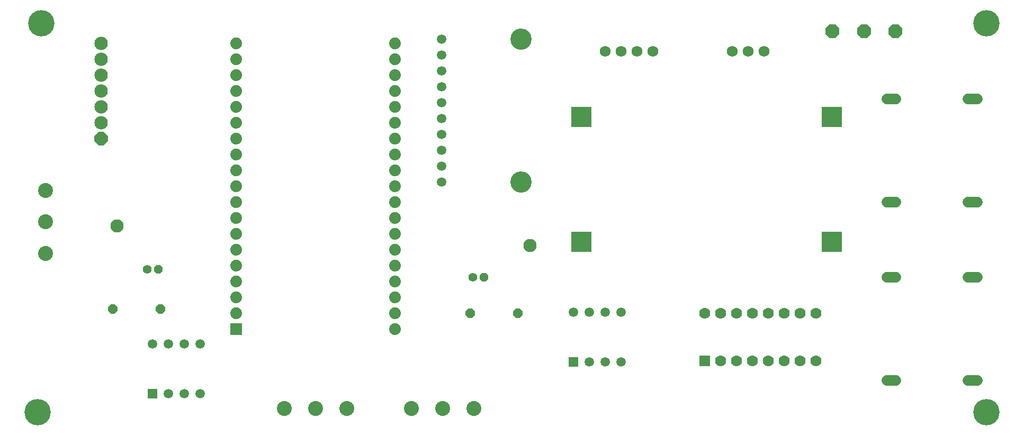
<source format=gbr>
G04 EAGLE Gerber RS-274X export*
G75*
%MOMM*%
%FSLAX34Y34*%
%LPD*%
%INSoldermask Bottom*%
%IPPOS*%
%AMOC8*
5,1,8,0,0,1.08239X$1,22.5*%
G01*
%ADD10P,1.539592X8X22.500000*%
%ADD11C,1.422400*%
%ADD12R,1.778200X1.778200*%
%ADD13C,1.778200*%
%ADD14C,2.387600*%
%ADD15P,1.649562X8X22.500000*%
%ADD16R,1.879600X1.879600*%
%ADD17C,1.879600*%
%ADD18P,2.309387X8X22.500000*%
%ADD19C,2.133600*%
%ADD20P,2.384722X8X202.500000*%
%ADD21C,1.711200*%
%ADD22R,1.491200X1.491200*%
%ADD23C,1.491200*%
%ADD24C,1.511200*%
%ADD25C,3.403200*%
%ADD26R,3.203200X3.203200*%
%ADD27C,1.727200*%
%ADD28C,4.219200*%
%ADD29C,2.108200*%


D10*
X231140Y565150D03*
D11*
X213360Y565150D03*
D10*
X751840Y552450D03*
D11*
X734060Y552450D03*
D12*
X1104900Y419100D03*
D13*
X1130300Y419100D03*
X1155700Y419100D03*
X1181100Y419100D03*
X1206500Y419100D03*
X1231900Y419100D03*
X1257300Y419100D03*
X1282700Y419100D03*
X1282700Y495300D03*
X1257300Y495300D03*
X1231900Y495300D03*
X1206500Y495300D03*
X1181100Y495300D03*
X1104900Y495300D03*
X1155700Y495300D03*
X1130300Y495300D03*
D14*
X432600Y342900D03*
X482600Y342900D03*
X532600Y342900D03*
D15*
X158750Y501650D03*
X234950Y501650D03*
D14*
X50800Y691350D03*
X50800Y641350D03*
X50800Y591350D03*
D15*
X730250Y495300D03*
X806450Y495300D03*
D14*
X635800Y342900D03*
X685800Y342900D03*
X735800Y342900D03*
D16*
X355600Y469900D03*
D17*
X355600Y495300D03*
X355600Y520700D03*
X355600Y546100D03*
X355600Y571500D03*
X355600Y596900D03*
X355600Y622300D03*
X355600Y647700D03*
X355600Y673100D03*
X355600Y698500D03*
X355600Y723900D03*
X355600Y749300D03*
X355600Y774700D03*
X355600Y800100D03*
X355600Y825500D03*
X355600Y850900D03*
X355600Y876300D03*
X355600Y901700D03*
X355600Y927100D03*
X609600Y927100D03*
X609600Y901700D03*
X609600Y876300D03*
X609600Y850900D03*
X609600Y825500D03*
X609600Y800100D03*
X609600Y774700D03*
X609600Y749300D03*
X609600Y723900D03*
X609600Y698500D03*
X609600Y673100D03*
X609600Y647700D03*
X609600Y622300D03*
X609600Y596900D03*
X609600Y571500D03*
X609600Y546100D03*
X609600Y520700D03*
X609600Y495300D03*
X609600Y469900D03*
D18*
X139700Y774700D03*
D19*
X139700Y800100D03*
X139700Y825500D03*
X139700Y850900D03*
X139700Y876300D03*
X139700Y901700D03*
X139700Y927100D03*
D20*
X1409700Y946150D03*
X1359700Y946150D03*
X1308900Y946150D03*
D21*
X1395810Y552450D02*
X1410890Y552450D01*
X1525810Y552450D02*
X1540890Y552450D01*
X1540890Y387450D02*
X1525810Y387450D01*
X1410890Y387450D02*
X1395810Y387450D01*
X1395810Y838200D02*
X1410890Y838200D01*
X1525810Y838200D02*
X1540890Y838200D01*
X1540890Y673200D02*
X1525810Y673200D01*
X1410890Y673200D02*
X1395810Y673200D01*
D22*
X895350Y417500D03*
D23*
X920750Y417500D03*
X946150Y417500D03*
X971550Y417500D03*
X971550Y496900D03*
X946150Y496900D03*
X920750Y496900D03*
X895350Y496900D03*
D24*
X684530Y933450D03*
X684530Y908050D03*
X684530Y882650D03*
X684530Y857250D03*
X684530Y831850D03*
X684530Y806450D03*
X684530Y781050D03*
X684530Y755650D03*
X684530Y730250D03*
X684530Y704850D03*
D25*
X811530Y933450D03*
X811530Y704850D03*
D22*
X222250Y366700D03*
D23*
X247650Y366700D03*
X273050Y366700D03*
X298450Y366700D03*
X298450Y446100D03*
X273050Y446100D03*
X247650Y446100D03*
X222250Y446100D03*
D26*
X908050Y609600D03*
X908050Y809600D03*
X1308050Y809600D03*
X1308050Y609600D03*
D27*
X996950Y914400D03*
X971550Y914400D03*
X946150Y914400D03*
X1022350Y914400D03*
X1200150Y914400D03*
X1174750Y914400D03*
X1149350Y914400D03*
D28*
X1555750Y336550D03*
X1555750Y958850D03*
X44450Y958850D03*
X38100Y336550D03*
D29*
X165100Y635000D03*
X825500Y603250D03*
M02*

</source>
